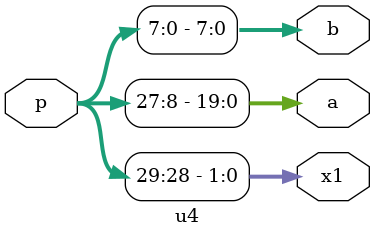
<source format=v>
`include "defines.v"

module u4(p,
          x1,
          a,
          b);
// Location of source csl unit: file name = concat_assign7.csl line number = 5
  input [30 - 1:0] p;
  output [2 - 1:0] x1;
  output [20 - 1:0] a;
  output [8 - 1:0] b;
  assign   p = {x1, a, b};
  `include "u4.logic.v"
endmodule


</source>
